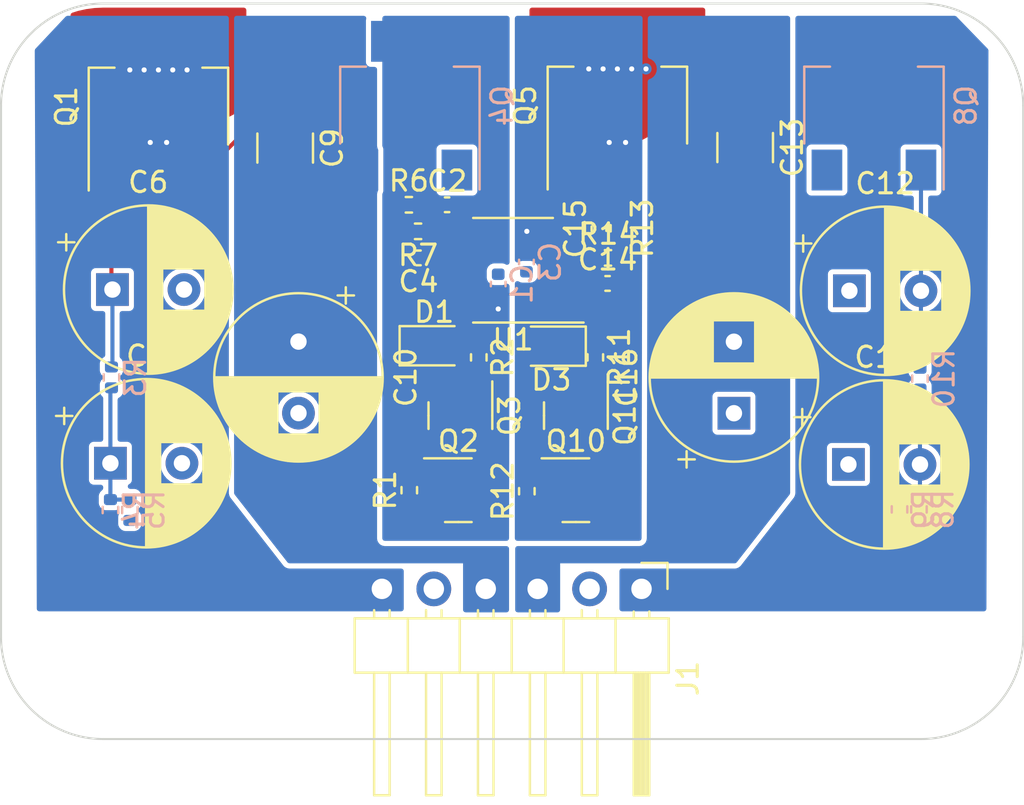
<source format=kicad_pcb>
(kicad_pcb (version 20221018) (generator pcbnew)
  (layers (0 "F.Cu" signal "Top") (1 "In1.Cu" signal "Sec Top") (2 "In2.Cu" signal "Sec Bot") (31 "B.Cu" signal "Bot") (34 "B.Paste" user) (35 "F.Paste" user) (36 "B.SilkS" user "B.Silkscreen") (37 "F.SilkS" user "F.Silkscreen") (38 "B.Mask" user) (39 "F.Mask" user) (44 "Edge.Cuts" user))
  (net 0 "")
  (net 1 "Net-(C2-Pad2)")
  (net 2 "Net-(D1-A)")
  (net 3 "GND")
  (net 4 "Net-(C5-Pad1)")
  (net 5 "+15V")
  (net 6 "+12V")
  (net 7 "Net-(Q2-B)")
  (net 8 "Net-(Q2-C)")
  (net 9 "Net-(C6-Pad1)")
  (net 10 "Net-(C11-Pad2)")
  (net 11 "Net-(C12-Pad2)")
  (net 12 "-12V")
  (net 13 "-15V")
  (net 14 "Net-(C15-Pad2)")
  (net 15 "Net-(Q10-B)")
  (net 16 "Net-(Q10-C)")
  (net 17 "Net-(D3-K)")
  (net 18 "Net-(U1B-+)")
  (net 19 "Net-(U1A-+)")
  (net 20 "V+")
  (net 21 "V-")
  (footprint "Package_SO:SOIC-8_3.9x4.9mm_P1.27mm" (layer "F.Cu") (at 149.095 93.552349 180)
    (fp_text reference "U1" (at 0 -3.4) (layer "F.SilkS"))
    (fp_text value "LM4562")
    (pad "1" smd roundrect (at -2.475 -1.905 180) (size 1.95 0.6) (layers "F.Cu" "F.Paste" "F.Mask") (net 14 "Net-(C15-Pad2)"))
    (pad "2" smd roundrect (at -2.475 -0.635 180) (size 1.95 0.6) (layers "F.Cu" "F.Paste" "F.Mask") (net 17 "Net-(D3-K)"))
    (pad "3" smd roundrect (at -2.475 0.635 180) (size 1.95 0.6) (layers "F.Cu" "F.Paste" "F.Mask") (net 19 "Net-(U1A-+)"))
    (pad "4" smd roundrect (at -2.475 1.905 180) (size 1.95 0.6) (layers "F.Cu" "F.Paste" "F.Mask") (net 21 "V-"))
    (pad "5" smd roundrect (at 2.475 1.905 180) (size 1.95 0.6) (layers "F.Cu" "F.Paste" "F.Mask") (net 18 "Net-(U1B-+)"))
    (pad "6" smd roundrect (at 2.475 0.635 180) (size 1.95 0.6) (layers "F.Cu" "F.Paste" "F.Mask") (net 2 "Net-(D1-A)"))
    (pad "7" smd roundrect (at 2.475 -0.635 180) (size 1.95 0.6) (layers "F.Cu" "F.Paste" "F.Mask") (net 1 "Net-(C2-Pad2)"))
    (pad "8" smd roundrect (at 2.475 -1.905 180) (size 1.95 0.6) (layers "F.Cu" "F.Paste" "F.Mask") (net 20 "V+"))
  )
  (footprint "Package_TO_SOT_SMD:SOT-23" (layer "F.Cu") (at 146.42 104.317349)
    (fp_text reference "Q2" (at 0 -2.4) (layer "F.SilkS"))
    (fp_text value "BC857")
    (pad "1" smd roundrect (at -0.9375 -0.95) (size 1.475 0.6) (layers "F.Cu" "F.Paste" "F.Mask") (net 7 "Net-(Q2-B)"))
    (pad "2" smd roundrect (at -0.9375 0.95) (size 1.475 0.6) (layers "F.Cu" "F.Paste" "F.Mask") (net 20 "V+"))
    (pad "3" smd roundrect (at 0.9375 0) (size 1.475 0.6) (layers "F.Cu" "F.Paste" "F.Mask") (net 8 "Net-(Q2-C)"))
  )
  (footprint "Package_TO_SOT_SMD:SOT-223" (layer "F.Cu") (at 154.2 85.497349 90)
    (fp_text reference "Q5" (at 0 -4.5 90) (layer "F.SilkS"))
    (fp_text value "PZT2907AT3G")
    (pad "1" smd rect (at -3.15 -2.3 90) (size 2 1.5) (layers "F.Cu" "F.Paste" "F.Mask") (net 14 "Net-(C15-Pad2)"))
    (pad "2" smd rect (at -3.15 0 90) (size 2 1.5) (layers "F.Cu" "F.Paste" "F.Mask") (net 21 "V-"))
    (pad "3" smd rect (at -3.15 2.3 90) (size 2 1.5) (layers "F.Cu" "F.Paste" "F.Mask") (net 12 "-12V"))
    (pad "4" smd rect (at 3.15 0 90) (size 2 3.8) (layers "F.Cu" "F.Paste" "F.Mask") (net 21 "V-"))
  )
  (footprint "Resistor_SMD:R_0402_1005Metric" (layer "F.Cu") (at 153.74 92.947349)
    (fp_text reference "R14" (at 0 -1.17) (layer "F.SilkS"))
    (fp_text value "2k4")
    (pad "1" smd roundrect (at -0.51 0) (size 0.54 0.64) (layers "F.Cu" "F.Paste" "F.Mask") (net 19 "Net-(U1A-+)"))
    (pad "2" smd roundrect (at 0.51 0) (size 0.54 0.64) (layers "F.Cu" "F.Paste" "F.Mask") (net 3 "GND"))
  )
  (footprint "Capacitor_THT:CP_Radial_D8.0mm_P3.50mm" (layer "F.Cu") (at 159.9 100.55 90)
    (fp_text reference "C16" (at 1.75 -5.25 90) (layer "F.SilkS"))
    (fp_text value "100u")
    (pad "1" thru_hole rect (at 0 0 90) (size 1.6 1.6) (drill 0.8) (layers "*.Cu" "*.Mask") (net 3 "GND"))
    (pad "2" thru_hole circle (at 3.5 0 90) (size 1.6 1.6) (drill 0.8) (layers "*.Cu" "*.Mask") (net 12 "-12V"))
  )
  (footprint "Capacitor_SMD:C_0402_1005Metric" (layer "F.Cu") (at 145.87 90.347349)
    (fp_text reference "C2" (at 0 -1.16) (layer "F.SilkS"))
    (fp_text value "100p")
    (pad "1" smd roundrect (at -0.48 0) (size 0.56 0.62) (layers "F.Cu" "F.Paste" "F.Mask") (net 18 "Net-(U1B-+)"))
    (pad "2" smd roundrect (at 0.48 0) (size 0.56 0.62) (layers "F.Cu" "F.Paste" "F.Mask") (net 1 "Net-(C2-Pad2)"))
  )
  (footprint "Package_TO_SOT_SMD:SOT-23" (layer "F.Cu") (at 146.52 100.667349 -90)
    (fp_text reference "Q3" (at 0 -2.4 90) (layer "F.SilkS"))
    (fp_text value "BC857")
    (pad "1" smd roundrect (at -0.9375 -0.95 270) (size 1.475 0.6) (layers "F.Cu" "F.Paste" "F.Mask") (net 8 "Net-(Q2-C)"))
    (pad "2" smd roundrect (at -0.9375 0.95 270) (size 1.475 0.6) (layers "F.Cu" "F.Paste" "F.Mask") (net 7 "Net-(Q2-B)"))
    (pad "3" smd roundrect (at 0.9375 0 270) (size 1.475 0.6) (layers "F.Cu" "F.Paste" "F.Mask") (net 2 "Net-(D1-A)"))
  )
  (footprint "Package_TO_SOT_SMD:SOT-223" (layer "F.Cu") (at 131.75 85.547349 90)
    (fp_text reference "Q1" (at 0 -4.5 90) (layer "F.SilkS"))
    (fp_text value "PZT2222AT3G")
    (pad "1" smd rect (at -3.15 -2.3 90) (size 2 1.5) (layers "F.Cu" "F.Paste" "F.Mask") (net 9 "Net-(C6-Pad1)"))
    (pad "2" smd rect (at -3.15 0 90) (size 2 1.5) (layers "F.Cu" "F.Paste" "F.Mask") (net 5 "+15V"))
    (pad "3" smd rect (at -3.15 2.3 90) (size 2 1.5) (layers "F.Cu" "F.Paste" "F.Mask") (net 20 "V+"))
    (pad "4" smd rect (at 3.15 0 90) (size 2 3.8) (layers "F.Cu" "F.Paste" "F.Mask") (net 5 "+15V"))
  )
  (footprint "Package_TO_SOT_SMD:SOT-23" (layer "F.Cu") (at 152.17 104.317349)
    (fp_text reference "Q10" (at 0 -2.4) (layer "F.SilkS"))
    (fp_text value "BC857")
    (pad "1" smd roundrect (at -0.9375 -0.95) (size 1.475 0.6) (layers "F.Cu" "F.Paste" "F.Mask") (net 15 "Net-(Q10-B)"))
    (pad "2" smd roundrect (at -0.9375 0.95) (size 1.475 0.6) (layers "F.Cu" "F.Paste" "F.Mask") (net 21 "V-"))
    (pad "3" smd roundrect (at 0.9375 0) (size 1.475 0.6) (layers "F.Cu" "F.Paste" "F.Mask") (net 16 "Net-(Q10-C)"))
  )
  (footprint "Resistor_SMD:R_0402_1005Metric" (layer "F.Cu") (at 149.77 104.367349 90)
    (fp_text reference "R12" (at 0 -1.17 90) (layer "F.SilkS"))
    (fp_text value "780R")
    (pad "1" smd roundrect (at -0.51 0 90) (size 0.54 0.64) (layers "F.Cu" "F.Paste" "F.Mask") (net 21 "V-"))
    (pad "2" smd roundrect (at 0.51 0 90) (size 0.54 0.64) (layers "F.Cu" "F.Paste" "F.Mask") (net 15 "Net-(Q10-B)"))
  )
  (footprint "Capacitor_THT:CP_Radial_D8.0mm_P3.50mm" (layer "F.Cu") (at 165.547349 94.557349)
    (fp_text reference "C12" (at 1.75 -5.25) (layer "F.SilkS"))
    (fp_text value "100u")
    (pad "1" thru_hole rect (at 0 0) (size 1.6 1.6) (drill 0.8) (layers "*.Cu" "*.Mask") (net 3 "GND"))
    (pad "2" thru_hole circle (at 3.5 0) (size 1.6 1.6) (drill 0.8) (layers "*.Cu" "*.Mask") (net 11 "Net-(C12-Pad2)"))
  )
  (footprint "Capacitor_THT:CP_Radial_D8.0mm_P3.50mm" (layer "F.Cu") (at 165.5 103.057349)
    (fp_text reference "C11" (at 1.75 -5.25) (layer "F.SilkS"))
    (fp_text value "100u")
    (pad "1" thru_hole rect (at 0 0) (size 1.6 1.6) (drill 0.8) (layers "*.Cu" "*.Mask") (net 3 "GND"))
    (pad "2" thru_hole circle (at 3.5 0) (size 1.6 1.6) (drill 0.8) (layers "*.Cu" "*.Mask") (net 10 "Net-(C11-Pad2)"))
  )
  (footprint "LED_SMD:LED_0805_2012Metric" (layer "F.Cu") (at 145.2325 97.247349)
    (fp_text reference "D1" (at 0 -1.65) (layer "F.SilkS"))
    (fp_text value "LED")
    (pad "1" smd roundrect (at -0.9375 0) (size 0.975 1.4) (layers "F.Cu" "F.Paste" "F.Mask") (net 3 "GND"))
    (pad "2" smd roundrect (at 0.9375 0) (size 0.975 1.4) (layers "F.Cu" "F.Paste" "F.Mask") (net 2 "Net-(D1-A)"))
  )
  (footprint "Resistor_SMD:R_0402_1005Metric" (layer "F.Cu") (at 144.02 104.317349 90)
    (fp_text reference "R1" (at 0 -1.17 90) (layer "F.SilkS"))
    (fp_text value "780R")
    (pad "1" smd roundrect (at -0.51 0 90) (size 0.54 0.64) (layers "F.Cu" "F.Paste" "F.Mask") (net 20 "V+"))
    (pad "2" smd roundrect (at 0.51 0 90) (size 0.54 0.64) (layers "F.Cu" "F.Paste" "F.Mask") (net 7 "Net-(Q2-B)"))
  )
  (footprint "Capacitor_THT:CP_Radial_D8.0mm_P3.50mm" (layer "F.Cu") (at 129.5 94.497349)
    (fp_text reference "C6" (at 1.75 -5.25) (layer "F.SilkS"))
    (fp_text value "100u")
    (pad "1" thru_hole rect (at 0 0) (size 1.6 1.6) (drill 0.8) (layers "*.Cu" "*.Mask") (net 9 "Net-(C6-Pad1)"))
    (pad "2" thru_hole circle (at 3.5 0) (size 1.6 1.6) (drill 0.8) (layers "*.Cu" "*.Mask") (net 3 "GND"))
  )
  (footprint "Resistor_SMD:R_0402_1005Metric" (layer "F.Cu") (at 144 90.347349)
    (fp_text reference "R6" (at 0 -1.17) (layer "F.SilkS"))
    (fp_text value "8k2")
    (pad "1" smd roundrect (at -0.51 0) (size 0.54 0.64) (layers "F.Cu" "F.Paste" "F.Mask") (net 6 "+12V"))
    (pad "2" smd roundrect (at 0.51 0) (size 0.54 0.64) (layers "F.Cu" "F.Paste" "F.Mask") (net 18 "Net-(U1B-+)"))
  )
  (footprint "Capacitor_SMD:C_0402_1005Metric" (layer "F.Cu") (at 153.3 91.517349 90)
    (fp_text reference "C15" (at 0 -1.16 90) (layer "F.SilkS"))
    (fp_text value "100p")
    (pad "1" smd roundrect (at -0.48 0 90) (size 0.56 0.62) (layers "F.Cu" "F.Paste" "F.Mask") (net 19 "Net-(U1A-+)"))
    (pad "2" smd roundrect (at 0.48 0 90) (size 0.56 0.62) (layers "F.Cu" "F.Paste" "F.Mask") (net 14 "Net-(C15-Pad2)"))
  )
  (footprint "Capacitor_SMD:C_0402_1005Metric" (layer "F.Cu") (at 144.47 92.947349 180)
    (fp_text reference "C4" (at 0 -1.16) (layer "F.SilkS"))
    (fp_text value "100n")
    (pad "1" smd roundrect (at -0.48 0 180) (size 0.56 0.62) (layers "F.Cu" "F.Paste" "F.Mask") (net 2 "Net-(D1-A)"))
    (pad "2" smd roundrect (at 0.48 0 180) (size 0.56 0.62) (layers "F.Cu" "F.Paste" "F.Mask") (net 3 "GND"))
  )
  (footprint "Connector_PinHeader_2.54mm:PinHeader_1x06_P2.54mm_Horizontal" (layer "F.Cu") (at 155.38 109.147349 -90)
    (fp_text reference "J1" (at 4.385 -2.27 90) (layer "F.SilkS"))
    (fp_text value "Conn_01x06")
    (pad "1" thru_hole rect (at 0 0 270) (size 1.7 1.7) (drill 1) (layers "*.Cu" "*.Mask") (net 13 "-15V"))
    (pad "2" thru_hole oval (at 0 2.54 270) (size 1.7 1.7) (drill 1) (layers "*.Cu" "*.Mask") (net 3 "GND"))
    (pad "3" thru_hole oval (at 0 5.08 270) (size 1.7 1.7) (drill 1) (layers "*.Cu" "*.Mask") (net 12 "-12V"))
    (pad "4" thru_hole oval (at 0 7.62 270) (size 1.7 1.7) (drill 1) (layers "*.Cu" "*.Mask") (net 6 "+12V"))
    (pad "5" thru_hole oval (at 0 10.16 270) (size 1.7 1.7) (drill 1) (layers "*.Cu" "*.Mask") (net 3 "GND"))
    (pad "6" thru_hole oval (at 0 12.7 270) (size 1.7 1.7) (drill 1) (layers "*.Cu" "*.Mask") (net 5 "+15V"))
  )
  (footprint "Capacitor_SMD:C_1210_3225Metric" (layer "F.Cu") (at 160.45 87.547349 -90)
    (fp_text reference "C13" (at 0 -2.3 90) (layer "F.SilkS"))
    (fp_text value "10u")
    (pad "1" smd roundrect (at -1.475 0 270) (size 1.15 2.7) (layers "F.Cu" "F.Paste" "F.Mask") (roundrect_rratio 0.217391) (net 21 "V-"))
    (pad "2" smd roundrect (at 1.475 0 270) (size 1.15 2.7) (layers "F.Cu" "F.Paste" "F.Mask") (roundrect_rratio 0.217391) (net 3 "GND"))
  )
  (footprint "Resistor_SMD:R_0402_1005Metric" (layer "F.Cu") (at 153.12 97.817349 -90)
    (fp_text reference "R11" (at 0 -1.17 90) (layer "F.SilkS"))
    (fp_text value "10k")
    (pad "1" smd roundrect (at -0.51 0 270) (size 0.54 0.64) (layers "F.Cu" "F.Paste" "F.Mask") (net 3 "GND"))
    (pad "2" smd roundrect (at 0.51 0 270) (size 0.54 0.64) (layers "F.Cu" "F.Paste" "F.Mask") (net 16 "Net-(Q10-C)"))
  )
  (footprint "Resistor_SMD:R_0402_1005Metric" (layer "F.Cu") (at 144.45 91.647349 180)
    (fp_text reference "R7" (at 0 -1.17) (layer "F.SilkS"))
    (fp_text value "2k4")
    (pad "1" smd roundrect (at -0.51 0 180) (size 0.54 0.64) (layers "F.Cu" "F.Paste" "F.Mask") (net 18 "Net-(U1B-+)"))
    (pad "2" smd roundrect (at 0.51 0 180) (size 0.54 0.64) (layers "F.Cu" "F.Paste" "F.Mask") (net 3 "GND"))
  )
  (footprint "Resistor_SMD:R_0402_1005Metric" (layer "F.Cu") (at 147.42 97.817349 -90)
    (fp_text reference "R2" (at 0 -1.17 90) (layer "F.SilkS"))
    (fp_text value "10k")
    (pad "1" smd roundrect (at -0.51 0 270) (size 0.54 0.64) (layers "F.Cu" "F.Paste" "F.Mask") (net 3 "GND"))
    (pad "2" smd roundrect (at 0.51 0 270) (size 0.54 0.64) (layers "F.Cu" "F.Paste" "F.Mask") (net 8 "Net-(Q2-C)"))
  )
  (footprint "Capacitor_THT:CP_Radial_D8.0mm_P3.50mm" (layer "F.Cu") (at 129.4 102.997349)
    (fp_text reference "C5" (at 1.75 -5.25) (layer "F.SilkS"))
    (fp_text value "100u")
    (pad "1" thru_hole rect (at 0 0) (size 1.6 1.6) (drill 0.8) (layers "*.Cu" "*.Mask") (net 4 "Net-(C5-Pad1)"))
    (pad "2" thru_hole circle (at 3.5 0) (size 1.6 1.6) (drill 0.8) (layers "*.Cu" "*.Mask") (net 3 "GND"))
  )
  (footprint "Package_TO_SOT_SMD:SOT-23" (layer "F.Cu") (at 152.17 100.667349 -90)
    (fp_text reference "Q11" (at 0 -2.4 90) (layer "F.SilkS"))
    (fp_text value "BC857")
    (pad "1" smd roundrect (at -0.9375 -0.95 270) (size 1.475 0.6) (layers "F.Cu" "F.Paste" "F.Mask") (net 16 "Net-(Q10-C)"))
    (pad "2" smd roundrect (at -0.9375 0.95 270) (size 1.475 0.6) (layers "F.Cu" "F.Paste" "F.Mask") (net 15 "Net-(Q10-B)"))
    (pad "3" smd roundrect (at 0.9375 0 270) (size 1.475 0.6) (layers "F.Cu" "F.Paste" "F.Mask") (net 17 "Net-(D3-K)"))
  )
  (footprint "Capacitor_THT:CP_Radial_D8.0mm_P3.50mm" (layer "F.Cu") (at 138.6 97.044698 -90)
    (fp_text reference "C10" (at 1.75 -5.25 90) (layer "F.SilkS"))
    (fp_text value "100u")
    (pad "1" thru_hole rect (at 0 0 270) (size 1.6 1.6) (drill 0.8) (layers "*.Cu" "*.Mask") (net 6 "+12V"))
    (pad "2" thru_hole circle (at 3.5 0 270) (size 1.6 1.6) (drill 0.8) (layers "*.Cu" "*.Mask") (net 3 "GND"))
  )
  (footprint "Capacitor_SMD:C_1210_3225Metric" (layer "F.Cu") (at 137.95 87.572349 -90)
    (fp_text reference "C9" (at 0 -2.3 -270) (layer "F.SilkS"))
    (fp_text value "10u")
    (pad "1" smd roundrect (at -1.475 0 270) (size 1.15 2.7) (layers "F.Cu" "F.Paste" "F.Mask") (roundrect_rratio 0.217391) (net 20 "V+"))
    (pad "2" smd roundrect (at 1.475 0 270) (size 1.15 2.7) (layers "F.Cu" "F.Paste" "F.Mask") (roundrect_rratio 0.217391) (net 3 "GND"))
  )
  (footprint "LED_SMD:LED_0805_2012Metric" (layer "F.Cu") (at 150.97 97.267349 180)
    (fp_text reference "D3" (at 0 -1.65) (layer "F.SilkS"))
    (fp_text value "LED")
    (pad "1" smd roundrect (at -0.9375 0 180) (size 0.975 1.4) (layers "F.Cu" "F.Paste" "F.Mask") (net 17 "Net-(D3-K)"))
    (pad "2" smd roundrect (at 0.9375 0 180) (size 0.975 1.4) (layers "F.Cu" "F.Paste" "F.Mask") (net 3 "GND"))
  )
  (footprint "Capacitor_SMD:C_0402_1005Metric" (layer "F.Cu") (at 153.72 94.197349)
    (fp_text reference "C14" (at 0 -1.16) (layer "F.SilkS"))
    (fp_text value "100n")
    (pad "1" smd roundrect (at -0.48 0) (size 0.56 0.62) (layers "F.Cu" "F.Paste" "F.Mask") (net 17 "Net-(D3-K)"))
    (pad "2" smd roundrect (at 0.48 0) (size 0.56 0.62) (layers "F.Cu" "F.Paste" "F.Mask") (net 3 "GND"))
  )
  (footprint "Resistor_SMD:R_0402_1005Metric" (layer "F.Cu") (at 154.25 91.497349 -90)
    (fp_text reference "R13" (at 0 -1.17 90) (layer "F.SilkS"))
    (fp_text value "8k2")
    (pad "1" smd roundrect (at -0.51 0 270) (size 0.54 0.64) (layers "F.Cu" "F.Paste" "F.Mask") (net 12 "-12V"))
    (pad "2" smd roundrect (at 0.51 0 270) (size 0.54 0.64) (layers "F.Cu" "F.Paste" "F.Mask") (net 19 "Net-(U1A-+)"))
  )
  (footprint "Resistor_SMD:R_0402_1005Metric" (layer "B.Cu") (at 129.402651 105.287349 90)
    (fp_text reference "R4" (at 0 1.17 90) (layer "B.SilkS") (effects (justify mirror)))
    (fp_text value "100R")
    (pad "1" smd roundrect (at -0.51 0 90) (size 0.54 0.64) (layers "B.Cu" "B.Paste" "B.Mask") (net 5 "+15V"))
    (pad "2" smd roundrect (at 0.51 0 90) (size 0.54 0.64) (layers "B.Cu" "B.Paste" "B.Mask") (net 4 "Net-(C5-Pad1)"))
  )
  (footprint "Resistor_SMD:R_0402_1005Metric" (layer "B.Cu") (at 130.352651 105.287349 90)
    (fp_text reference "R5" (at 0 1.17 90) (layer "B.SilkS") (effects (justify mirror)))
    (fp_text value "100k")
    (pad "1" smd roundrect (at -0.51 0 90) (size 0.54 0.64) (layers "B.Cu" "B.Paste" "B.Mask") (net 3 "GND"))
    (pad "2" smd roundrect (at 0.51 0 90) (size 0.54 0.64) (layers "B.Cu" "B.Paste" "B.Mask") (net 4 "Net-(C5-Pad1)"))
  )
  (footprint "Resistor_SMD:R_0402_1005Metric" (layer "B.Cu") (at 169 98.857349 90)
    (fp_text reference "R10" (at 0 1.17 90) (layer "B.SilkS") (effects (justify mirror)))
    (fp_text value "47R")
    (pad "1" smd roundrect (at -0.51 0 90) (size 0.54 0.64) (layers "B.Cu" "B.Paste" "B.Mask") (net 10 "Net-(C11-Pad2)"))
    (pad "2" smd roundrect (at 0.51 0 90) (size 0.54 0.64) (layers "B.Cu" "B.Paste" "B.Mask") (net 11 "Net-(C12-Pad2)"))
  )
  (footprint "Package_TO_SOT_SMD:SOT-223" (layer "B.Cu") (at 144.05 85.497349 90)
    (fp_text reference "Q4" (at 0 4.5 90) (layer "B.SilkS") (effects (justify mirror)))
    (fp_text value "PZT2222AT3G")
    (pad "1" smd rect (at -3.15 2.3 90) (size 2 1.5) (layers "B.Cu" "B.Paste" "B.Mask") (net 1 "Net-(C2-Pad2)"))
    (pad "2" smd rect (at -3.15 0 90) (size 2 1.5) (layers "B.Cu" "B.Paste" "B.Mask") (net 20 "V+"))
    (pad "3" smd rect (at -3.15 -2.3 90) (size 2 1.5) (layers "B.Cu" "B.Paste" "B.Mask") (net 6 "+12V"))
    (pad "4" smd rect (at 3.15 0 90) (size 2 3.8) (layers "B.Cu" "B.Paste" "B.Mask") (net 20 "V+"))
  )
  (footprint "Resistor_SMD:R_0402_1005Metric" (layer "B.Cu") (at 129.452651 98.797349 90)
    (fp_text reference "R3" (at 0 1.17 90) (layer "B.SilkS") (effects (justify mirror)))
    (fp_text value "47R")
    (pad "1" smd roundrect (at -0.51 0 90) (size 0.54 0.64) (layers "B.Cu" "B.Paste" "B.Mask") (net 4 "Net-(C5-Pad1)"))
    (pad "2" smd roundrect (at 0.51 0 90) (size 0.54 0.64) (layers "B.Cu" "B.Paste" "B.Mask") (net 9 "Net-(C6-Pad1)"))
  )
  (footprint "Capacitor_SMD:C_0402_1005Metric" (layer "B.Cu") (at 149.75 93.147349 90)
    (fp_text reference "C3" (at 0 1.16 90) (layer "B.SilkS") (effects (justify mirror)))
    (fp_text value "100nF")
    (pad "1" smd roundrect (at -0.48 0 90) (size 0.56 0.62) (layers "B.Cu" "B.Paste" "B.Mask") (net 3 "GND"))
    (pad "2" smd roundrect (at 0.48 0 90) (size 0.56 0.62) (layers "B.Cu" "B.Paste" "B.Mask") (net 21 "V-"))
  )
  (footprint "Resistor_SMD:R_0402_1005Metric" (layer "B.Cu") (at 168 105.257349 90)
    (fp_text reference "R9" (at 0 1.17 90) (layer "B.SilkS") (effects (justify mirror)))
    (fp_text value "100k")
    (pad "1" smd roundrect (at -0.51 0 90) (size 0.54 0.64) (layers "B.Cu" "B.Paste" "B.Mask") (net 3 "GND"))
    (pad "2" smd roundrect (at 0.51 0 90) (size 0.54 0.64) (layers "B.Cu" "B.Paste" "B.Mask") (net 10 "Net-(C11-Pad2)"))
  )
  (footprint "Resistor_SMD:R_0402_1005Metric" (layer "B.Cu") (at 168.95 105.257349 90)
    (fp_text reference "R8" (at 0 1.17 90) (layer "B.SilkS") (effects (justify mirror)))
    (fp_text value "100R")
    (pad "1" smd roundrect (at -0.51 0 90) (size 0.54 0.64) (layers "B.Cu" "B.Paste" "B.Mask") (net 13 "-15V"))
    (pad "2" smd roundrect (at 0.51 0 90) (size 0.54 0.64) (layers "B.Cu" "B.Paste" "B.Mask") (net 10 "Net-(C11-Pad2)"))
  )
  (footprint "Package_TO_SOT_SMD:SOT-223" (layer "B.Cu") (at 166.75 85.497349 90)
    (fp_text reference "Q8" (at 0 4.5 90) (layer "B.SilkS") (effects (justify mirror)))
    (fp_text value "PZT2907AT3G")
    (pad "1" smd rect (at -3.15 2.3 90) (size 2 1.5) (layers "B.Cu" "B.Paste" "B.Mask") (net 11 "Net-(C12-Pad2)"))
    (pad "2" smd rect (at -3.15 0 90) (size 2 1.5) (layers "B.Cu" "B.Paste" "B.Mask") (net 13 "-15V"))
    (pad "3" smd rect (at -3.15 -2.3 90) (size 2 1.5) (layers "B.Cu" "B.Paste" "B.Mask") (net 21 "V-"))
    (pad "4" smd rect (at 3.15 0 90) (size 2 3.8) (layers "B.Cu" "B.Paste" "B.Mask") (net 13 "-15V"))
  )
  (footprint "Capacitor_SMD:C_0402_1005Metric" (layer "B.Cu") (at 148.37 94.227349 90)
    (fp_text reference "C1" (at 0 1.16 90) (layer "B.SilkS") (effects (justify mirror)))
    (fp_text value "100nF")
    (pad "1" smd roundrect (at -0.48 0 90) (size 0.56 0.62) (layers "B.Cu" "B.Paste" "B.Mask") (net 20 "V+"))
    (pad "2" smd roundrect (at 0.48 0 90) (size 0.56 0.62) (layers "B.Cu" "B.Paste" "B.Mask") (net 3 "GND"))
  )
  (gr_arc (start 129.05 116.497349) (mid 125.514466 115.032883) (end 124.05 111.497349) (stroke (width 0.1)) (layer "Edge.Cuts"))
  (gr_arc (start 169.05 80.497349) (mid 172.585534 81.961815) (end 174.05 85.497349) (stroke (width 0.1)) (layer "Edge.Cuts"))
  (gr_arc (start 124.05 85.497349) (mid 125.514466 81.961815) (end 129.05 80.497349) (stroke (width 0.1)) (layer "Edge.Cuts"))
  (gr_line (start 174.05 85.497349) (end 174.05 111.497349) (stroke (width 0.1)) (layer "Edge.Cuts"))
  (gr_line (start 124.05 111.497349) (end 124.05 85.497349) (stroke (width 0.1)) (layer "Edge.Cuts"))
  (gr_arc (start 174.05 111.497349) (mid 172.585534 115.032883) (end 169.05 116.497349) (stroke (width 0.1)) (layer "Edge.Cuts"))
  (gr_line (start 169.05 116.497349) (end 129.05 116.497349) (stroke (width 0.1)) (layer "Edge.Cuts"))
  (gr_line (start 129.05 80.497349) (end 169.05 80.497349) (stroke (width 0.1)) (layer "Edge.Cuts"))
  (segment (start 146.545 92.932349) (end 146.886396 92.932349) (width 0.2) (layer "F.Cu") (net 2))
  (segment (start 146.52 101.604849) (end 146.52 97.597349) (width 0.2) (layer "F.Cu") (net 2))
  (segment (start 146.52 97.597349) (end 146.17 97.247349) (width 0.2) (layer "F.Cu") (net 2))
  (segment (start 146.51 92.967349) (end 146.545 92.932349) (width 0.2) (layer "F.Cu") (net 2))
  (segment (start 149.7 93.717349) (end 149.75 93.667349) (width 0.2) (layer "B.Cu") (net 3))
  (segment (start 129.4 104.774698) (end 129.402651 104.777349) (width 0.2) (layer "B.Cu") (net 4))
  (segment (start 129.452651 99.307349) (end 129.4 99.36) (width 0.2) (layer "B.Cu") (net 4))
  (segment (start 129.4 102.997349) (end 129.4 104.774698) (width 0.2) (layer "B.Cu") (net 4))
  (segment (start 130.352651 104.777349) (end 129.402651 104.777349) (width 0.2) (layer "B.Cu") (net 4))
  (segment (start 129.4 99.36) (end 129.4 102.997349) (width 0.2) (layer "B.Cu") (net 4))
  (via (at 131.75 83.747349) (size 0.55) (drill 0.25) (layers "F.Cu" "B.Cu") (net 5))
  (via (at 132.15 87.297349) (size 0.55) (drill 0.25) (layers "F.Cu" "B.Cu") (net 5))
  (via (at 130.35 83.747349) (size 0.55) (drill 0.25) (layers "F.Cu" "B.Cu") (net 5))
  (via (at 131.35 87.297349) (size 0.55) (drill 0.25) (layers "F.Cu" "B.Cu") (net 5))
  (via (at 131.05 83.747349) (size 0.55) (drill 0.25) (layers "F.Cu" "B.Cu") (net 5))
  (via (at 133.15 83.747349) (size 0.55) (drill 0.25) (layers "F.Cu" "B.Cu") (net 5))
  (via (at 132.45 83.747349) (size 0.55) (drill 0.25) (layers "F.Cu" "B.Cu") (net 5))
  (segment (start 145.57 103.192349) (end 145.4825 103.279849) (width 0.2) (layer "F.Cu") (net 7))
  (segment (start 145.4825 103.367349) (end 144.46 103.367349) (width 0.2) (layer "F.Cu") (net 7))
  (segment (start 144.46 103.367349) (end 144.02 103.807349) (width 0.2) (layer "F.Cu") (net 7))
  (segment (start 145.57 99.629849) (end 145.57 103.192349) (width 0.2) (layer "F.Cu") (net 7))
  (segment (start 145.47 103.267349) (end 145.4825 103.279849) (width 0.2) (layer "F.Cu") (net 7))
  (segment (start 147.47 99.629849) (end 147.47 104.117349) (width 0.2) (layer "F.Cu") (net 8))
  (segment (start 147.47 104.117349) (end 147.3575 104.229849) (width 0.2) (layer "F.Cu") (net 8))
  (segment (start 147.42 98.327349) (end 147.42 100.167349) (width 0.2) (layer "F.Cu") (net 8))
  (segment (start 147.42 99.579849) (end 147.47 99.629849) (width 0.2) (layer "F.Cu") (net 8))
  (segment (start 129.45 88.697349) (end 129.45 94.447349) (width 0.2) (layer "F.Cu") (net 9))
  (segment (start 129.05 94.047349) (end 129.5 94.497349) (width 0.2) (layer "F.Cu") (net 9))
  (segment (start 129.45 94.447349) (end 129.5 94.497349) (width 0.2) (layer "F.Cu") (net 9))
  (segment (start 129.5 94.497349) (end 129.5 98.24) (width 0.2) (layer "B.Cu") (net 9))
  (segment (start 129.5 98.24) (end 129.452651 98.287349) (width 0.2) (layer "B.Cu") (net 9))
  (segment (start 169 104.697349) (end 168.95 104.747349) (width 0.2) (layer "B.Cu") (net 10))
  (segment (start 168 104.747349) (end 168.95 104.747349) (width 0.2) (layer "B.Cu") (net 10))
  (segment (start 169 103.057349) (end 169 104.697349) (width 0.2) (layer "B.Cu") (net 10))
  (segment (start 169 99.367349) (end 169 103.057349) (width 0.2) (layer "B.Cu") (net 10))
  (segment (start 169.05 94.554698) (end 169.047349 94.557349) (width 0.2) (layer "B.Cu") (net 11))
  (segment (start 169.047349 98.3) (end 169 98.347349) (width 0.2) (layer "B.Cu") (net 11))
  (segment (start 169.05 88.647349) (end 169.05 94.554698) (width 0.2) (layer "B.Cu") (net 11))
  (segment (start 169.047349 94.557349) (end 169.047349 98.3) (width 0.2) (layer "B.Cu") (net 11))
  (segment (start 151.5 95.467349) (end 151.495 95.472349) (width 0.2) (layer "F.Cu") (net 14))
  (segment (start 151.6 95.367349) (end 151.495 95.472349) (width 0.2) (layer "F.Cu") (net 14))
  (segment (start 151.22 99.436099) (end 151.22 103.098599) (width 0.2) (layer "F.Cu") (net 15))
  (segment (start 150.26 103.367349) (end 149.77 103.857349) (width 0.2) (layer "F.Cu") (net 15))
  (segment (start 151.1825 103.161099) (end 151.2325 103.111099) (width 0.2) (layer "F.Cu") (net 15))
  (segment (start 151.22 103.098599) (end 151.2325 103.111099) (width 0.2) (layer "F.Cu") (net 15))
  (segment (start 151.2325 103.367349) (end 150.26 103.367349) (width 0.2) (layer "F.Cu") (net 15))
  (segment (start 153.22 99.336099) (end 153.12 99.436099) (width 0.2) (layer "F.Cu") (net 16))
  (segment (start 153.12 98.327349) (end 153.12 99.729849) (width 0.2) (layer "F.Cu") (net 16))
  (segment (start 153.1075 104.217349) (end 153.1075 99.604849) (width 0.2) (layer "F.Cu") (net 16))
  (segment (start 151.6 94.097349) (end 151.495 94.202349) (width 0.2) (layer "F.Cu") (net 17))
  (segment (start 152.17 101.604849) (end 152.17 97.529849) (width 0.2) (layer "F.Cu") (net 17))
  (segment (start 152.17 97.529849) (end 151.9075 97.267349) (width 0.2) (layer "F.Cu") (net 17))
  (segment (start 151.495 92.932349) (end 152.285 92.932349) (width 0.2) (layer "F.Cu") (net 19))
  (segment (start 151.7 93.137349) (end 151.495 92.932349) (width 0.2) (layer "F.Cu") (net 19))
  (segment (start 146.62 95.457349) (end 148.36 95.457349) (width 0.2) (layer "F.Cu") (net 20))
  (segment (start 136.575 86.172349) (end 134.05 88.697349) (width 0.2) (layer "F.Cu") (net 20))
  (segment (start 144.46 105.267349) (end 144.02 104.827349) (width 0.2) (layer "F.Cu") (net 20))
  (segment (start 148.36 95.457349) (end 148.37 95.447349) (width 0.2) (layer "F.Cu") (net 20))
  (segment (start 145.4825 105.267349) (end 144.46 105.267349) (width 0.2) (layer "F.Cu") (net 20))
  (segment (start 146.64 95.567349) (end 146.545 95.472349) (width 0.2) (layer "F.Cu") (net 20))
  (segment (start 136.95 86.172349) (end 136.575 86.172349) (width 0.2) (layer "F.Cu") (net 20))
  (via (at 148.37 95.447349) (size 0.55) (drill 0.25) (layers "F.Cu" "B.Cu") (net 20))
  (segment (start 148.37 94.707349) (end 148.37 95.447349) (width 0.2) (layer "B.Cu") (net 20))
  (segment (start 151.17625 105.223599) (end 151.2325 105.167349) (width 0.2) (layer "F.Cu") (net 21))
  (segment (start 151.2325 105.267349) (end 150.16 105.267349) (width 0.2) (layer "F.Cu") (net 21))
  (segment (start 150.16 105.267349) (end 149.77 104.877349) (width 0.2) (layer "F.Cu") (net 21))
  (segment (start 151.57 91.647349) (end 149.77 91.647349) (width 0.2) (layer "F.Cu") (net 21))
  (via (at 153.5 83.697349) (size 0.55) (drill 0.25) (layers "F.Cu" "B.Cu") (net 21))
  (via (at 153.8 87.297349) (size 0.55) (drill 0.25) (layers "F.Cu" "B.Cu") (net 21))
  (via (at 149.77 91.647349) (size 0.55) (drill 0.25) (layers "F.Cu" "B.Cu") (net 21))
  (via (at 154.9 83.697349) (size 0.55) (drill 0.25) (layers "F.Cu" "B.Cu") (net 21))
  (via (at 155.6 83.697349) (size 0.55) (drill 0.25) (layers "F.Cu" "B.Cu") (net 21))
  (via (at 154.6 87.297349) (size 0.55) (drill 0.25) (layers "F.Cu" "B.Cu") (net 21))
  (via (at 152.8 83.697349) (size 0.55) (drill 0.25) (layers "F.Cu" "B.Cu") (net 21))
  (via (at 154.2 83.697349) (size 0.55) (drill 0.25) (layers "F.Cu" "B.Cu") (net 21))
  (segment (start 149.72 92.667349) (end 149.72 91.697349) (width 0.2) (layer "B.Cu") (net 21))
  (segment (start 149.72 91.697349) (end 149.77 91.647349) (width 0.2) (layer "B.Cu") (net 21))
  (zone (net 5) (net_name "+15V") (layer "F.Cu") (priority 3) (connect_pads yes (clearance 0.25)) (min_thickness 0.25) (fill yes (thermal_gap 0.5) (thermal_bridge_width 0.5))
    (polygon (pts (xy 130.85 89.797349) (xy 132.65 89.797349) (xy 132.65 87.397349) (xy 136.05 85.597349) (xy 136.05 80.697349) (xy 127.45 80.697349) (xy 127.45 85.597349) (xy 130.85 87.397349)))
  )
  (zone (net 21) (net_name "V-") (layer "F.Cu") (priority 3) (connect_pads yes (clearance 0.25)) (min_thickness 0.25) (fill yes (thermal_gap 0.5) (thermal_bridge_width 0.5))
    (polygon (pts (xy 153.297568 89.742754) (xy 155.097568 89.742754) (xy 155.097568 87.342754) (xy 158.497568 85.542754) (xy 158.497568 80.642754) (xy 149.897568 80.642754) (xy 149.897568 85.542754) (xy 153.297568 87.342754)))
  )
  (zone (net 20) (net_name "V+") (layer "B.Cu") (priority 2) (connect_pads yes (clearance 0.25)) (min_thickness 0.25) (fill yes (thermal_gap 0.5) (thermal_bridge_width 0.5))
    (polygon (pts (xy 148.9 106.797349) (xy 142.7 106.797349) (xy 142.7 81.097349) (xy 148.95 81.097349)))
  )
  (zone (net 13) (net_name "-15V") (layer "B.Cu") (connect_pads yes (clearance 0.25)) (min_thickness 0.25) (fill yes (thermal_gap 0.5) (thermal_bridge_width 0.5))
    (polygon (pts (xy 154.3 110.247349) (xy 172.25 110.247349) (xy 172.35 82.747349) (xy 170.75 81.097349) (xy 162.55 81.097349) (xy 162.55 82.847349) (xy 162.65 104.547349) (xy 159.55 108.047349) (xy 154.3 108.047349)))
  )
  (zone (net 6) (net_name "+12V") (layer "B.Cu") (priority 1) (connect_pads yes (clearance 0.25)) (min_thickness 0.25) (fill yes (thermal_gap 0.5) (thermal_bridge_width 0.5))
    (polygon (pts (xy 148.9 110.297349) (xy 146.65 110.297349) (xy 146.65 107.897349) (xy 138.1 107.897349) (xy 135.45 104.497349) (xy 135.45 81.097349) (xy 142.6 81.097349) (xy 142.6 106.897349) (xy 148.9 106.897349) (xy 148.9 108.447349)))
  )
  (zone (net 21) (net_name "V-") (layer "B.Cu") (priority 2) (connect_pads yes (clearance 0.25)) (min_thickness 0.25) (fill yes (thermal_gap 0.5) (thermal_bridge_width 0.5))
    (polygon (pts (xy 155.38288 106.797024) (xy 149.18288 106.797024) (xy 149.18288 81.097024) (xy 155.43288 81.097024)))
  )
  (zone (net 5) (net_name "+15V") (layer "B.Cu") (connect_pads yes (clearance 0.25)) (min_thickness 0.25) (fill yes (thermal_gap 0.5) (thermal_bridge_width 0.5))
    (polygon (pts (xy 143.75 110.247349) (xy 125.8 110.247349) (xy 125.7 82.747349) (xy 127.25 81.097349) (xy 135.4 81.097349) (xy 135.4 82.847349) (xy 135.4 104.547349) (xy 138.5 108.047349) (xy 143.75 108.047349)))
  )
  (zone (net 12) (net_name "-12V") (layer "B.Cu") (priority 1) (connect_pads yes (clearance 0.25)) (min_thickness 0.25) (fill yes (thermal_gap 0.5) (thermal_bridge_width 0.5))
    (polygon (pts (xy 149.2 110.297349) (xy 151.4 110.297349) (xy 151.4 107.897349) (xy 160 107.897349) (xy 162.65 104.497349) (xy 162.65 81.097349) (xy 155.5 81.097349) (xy 155.5 106.897349) (xy 149.2 106.897349) (xy 149.2 108.447349)))
  )
)
</source>
